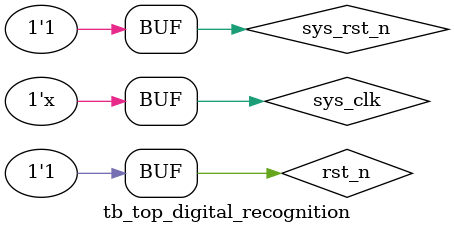
<source format=v>
`timescale 1 ns/ 1 ns
module tb_top_digital_recognition();

parameter T = 20;


reg         sys_clk  ;
reg         sys_rst_n;
reg         rst_n;



							  
wire         rdata_req                 ;  //DDR3¿ØÖÆÆ÷Ä£¿é¶ÁÊ¹ÄÜ
wire         lcd_de                    ;  //LCD Êý¾ÝÊäÈëÊ¹ÄÜ
wire         lcd_clk                   ;  //·ÖÆµ²úÉúµÄLCD ²ÉÑùÊ±ÖÓ    
wire  [15:0] post_rgb                  ;  //´¦ÀíºóµÄÍ¼ÏñÊý¾Ý
wire  [10:0] pixel_xpos                ;  //ÏñËØµãºá×ø±ê
wire  [10:0] pixel_ypos                ;  //ÏñËØµã×Ý×ø±ê  
wire  [23:0] digit                     ;  //ÏñËØµã×Ý×ø±ê 
wire  [15:0] color_rgb        		   ;
wire  [15:0] post_rgb	       		   ;
wire         hs_t             		   ;
wire         vs_t             		   ;
wire         de_t             		   ; 
reg   [15:0] rd_data				   ;
reg   [31:0] Addr					   ;
wire  [15:0] Data					   ;
reg          rdata_req_d0			   ;
reg   [10:0] v_cnt	   				   ;
reg   [10:0] h_cnt	   				   ;
reg          data_en	   			   ;
wire  [10:0] h_disp                    ;  //LCDÆÁË®Æ½·Ö±æÂÊ
wire  [10:0] v_disp                    ;  //LCDÆÁ´¹Ö±·Ö±æÂÊ  
wire  [23:0] lcd_rgb				   ;

initial begin   

     sys_clk            <=1'b0;   //³õÊ¼Ê±ÖÓÎªµÍµçÆ½
     rst_n <=0;
     sys_rst_n          <=1'b0;   //¸´Î»ÐÅºÅ³õÊ¼ÎªµÍµçÆ½
     
     #1000   
     sys_rst_n      	<=1'b1;   //Ò»¸öÊ±ÖÓÖÜÆÚºó¸´Î»ÐÅºÅÀ­¸ß
     rst_n <=0;
     #500 
     rst_n <=1;    



end 

assign   lcd_rgb = de_t ? {24{1'bz}} :  24'h800080;

always # (T/2) sys_clk <= ~sys_clk;

always@(posedge lcd_clk)begin
	if(!rst_n)
		Addr <= 0;
	else if(Addr == 383999)	
		Addr <= 0;  
	else if(data_en) 
		Addr <= Addr + 1;  
	else
		Addr <= Addr;    
end

always@(posedge lcd_clk)begin
	if(!rst_n)
		data_en <= 0;
	else if((v_cnt>=200 && v_cnt <680) && (h_cnt>=200 && h_cnt <1000))	
		data_en <= 1;  
	else
		data_en <= 0;    
end

always@(posedge lcd_clk)begin
	if(!rst_n)
		rd_data <= 0;
	else if(rdata_req )	
		if(data_en)
			rd_data <= Data;  
    else 
        rd_data <= 16'hffff;      
	else
		rd_data <= 16'h0;    
end

always@(posedge lcd_clk)begin
	if(!rst_n)
		rdata_req_d0 <= 0; 
	else
		rdata_req_d0 <= rdata_req;    
end

always@(posedge lcd_clk)begin
	if(!rst_n)
		v_cnt <= 0;
	else if(v_cnt==799 && rdata_req_d0 && ~rdata_req )   
		v_cnt <= 0; 
	else if(rdata_req_d0 && ~rdata_req)	
		v_cnt <= v_cnt + 1;  
	else
		v_cnt <= v_cnt;   
end


always@(posedge lcd_clk)begin
	if(!rst_n)
		h_cnt <= 0;
	else if(rdata_req )   
		h_cnt <= h_cnt + 1;	  
	else
		h_cnt <= 0;    
end



SpiMem u_SpiMem(
.Addr (Addr),
.Data (Data)
);

//LCDÇý¶¯ÏÔÊ¾Ä£¿é
lcd_rgb_top  u_lcd_rgb_top(
	.sys_clk               (sys_clk  ),
    .sys_rst_n             (sys_rst_n ),
	.sys_init_done         (1),		
				           
    //lcd½Ó¿Ú 				           
    .lcd_id                (),                		//LCDÆÁµÄIDºÅ 
    .lcd_hs                (hs_t),                	//LCD ÐÐÍ¬²½ÐÅºÅ
    .lcd_vs                (vs_t),                	//LCD ³¡Í¬²½ÐÅºÅ
    .lcd_de                (de_t),                	//LCD Êý¾ÝÊäÈëÊ¹ÄÜ
    .lcd_rgb               (lcd_rgb),               //LCD ÑÕÉ«Êý¾Ý
    .lcd_bl                (),                		//LCD ±³¹â¿ØÖÆÐÅºÅ
    .lcd_rst               (),               		//LCD ¸´Î»ÐÅºÅ
    .lcd_pclk              (),              		//LCD ²ÉÑùÊ±ÖÓ
    .lcd_clk               (lcd_clk), 	            //LCD Çý¶¯Ê±ÖÓ
	//ÓÃ»§½Ó¿Ú			           
    .out_vsync             (rd_vsync),              //lcd³¡ÐÅºÅ
    .h_disp                (h_disp),                //ÐÐ·Ö±æÂÊ  
    .v_disp                (v_disp),                //³¡·Ö±æÂÊ  
    .pixel_xpos            (pixel_xpos),
    .pixel_ypos            (pixel_ypos),   
    .pre_rgb               (color_rgb), 
	.post_rgb              (post_rgb),
	.post_de               (lcd_de),	    
    .data_in               (rd_data),	            //rfifoÊä³öÊý¾Ý
    .data_req              (rdata_req)              //ÇëÇóÊý¾ÝÊäÈë
    ); 
    
  //Í¼Ïñ´¦ÀíÄ£¿é
vip u_vip(
    //module clock
    .clk              (lcd_clk),          			// Ê±ÖÓÐÅºÅ
    .rst_n            (sys_rst_n ),            		// ¸´Î»ÐÅºÅ£¨µÍÓÐÐ§£©
    //Í¼Ïñ´¦ÀíÇ°µÄÊý¾Ý½Ó¿Ú
    .pre_frame_vsync  (vs_t),
    .pre_frame_hsync  (hs_t),
    .pre_frame_de     (de_t),
    .pre_rgb          (color_rgb),
    .xpos             (pixel_xpos),
    .ypos             (pixel_ypos),
    //Í¼Ïñ´¦ÀíºóµÄÊý¾Ý½Ó¿Ú
    .h_total_pexel    (h_disp),
    .v_total_pexel    (v_disp),    
    .post_frame_vsync (lcd_vs),  					// ´¦ÀíºóµÄ³¡ÐÅºÅ
    .post_frame_hsync (lcd_hs ),                 	// ´¦ÀíºóµÄÐÐÐÅºÅ
    .post_frame_de    (lcd_de),     				// ´¦ÀíºóµÄÊý¾ÝÓÐÐ§Ê¹ÄÜ 
    .digit            (digit),
    .post_rgb         (post_rgb)           			// ´¦ÀíºóµÄÍ¼ÏñÊý¾Ý

);    

endmodule
</source>
